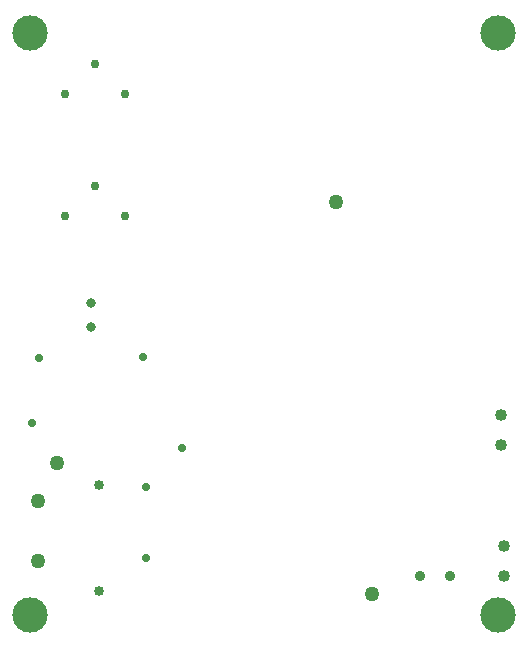
<source format=gbr>
%TF.GenerationSoftware,Altium Limited,Altium Designer,20.0.10 (225)*%
G04 Layer_Color=0*
%FSLAX26Y26*%
%MOIN*%
%TF.FileFunction,Plated,1,2,PTH,Drill*%
%TF.Part,Single*%
G01*
G75*
%TA.AperFunction,OtherDrill,Pad Free-96 (4950mil,1110mil)*%
%ADD59C,0.118110*%
%TA.AperFunction,OtherDrill,Pad Free-96 (3390mil,1110mil)*%
%ADD60C,0.118110*%
%TA.AperFunction,OtherDrill,Pad Free-96 (4950mil,3050mil)*%
%ADD61C,0.118110*%
%TA.AperFunction,OtherDrill,Pad Free-96 (3390mil,3050mil)*%
%ADD62C,0.118110*%
%TA.AperFunction,ComponentDrill*%
%ADD63C,0.035433*%
%TA.AperFunction,OtherDrill,Pad Free-15 (3480mil,1615mil)*%
%ADD64C,0.050000*%
%TA.AperFunction,OtherDrill,Pad Free-15 (4530mil,1180mil)*%
%ADD65C,0.050000*%
%TA.AperFunction,OtherDrill,Pad Free-15 (4410mil,2485mil)*%
%ADD66C,0.050000*%
%TA.AperFunction,ComponentDrill*%
%ADD67C,0.050000*%
%ADD68C,0.033465*%
%ADD69C,0.031496*%
%ADD70C,0.029528*%
%ADD71C,0.040000*%
%TA.AperFunction,ViaDrill,NotFilled*%
%ADD72C,0.028000*%
D59*
X4950000Y1110000D02*
D03*
D60*
X3390000D02*
D03*
D61*
X4950000Y3050000D02*
D03*
D62*
X3390000D02*
D03*
D63*
X4690000Y1240000D02*
D03*
X4790000D02*
D03*
D64*
X3480000Y1615000D02*
D03*
D65*
X4530000Y1180000D02*
D03*
D66*
X4410000Y2485000D02*
D03*
D67*
X3415000Y1290000D02*
D03*
Y1490000D02*
D03*
D68*
X3620000Y1187835D02*
D03*
Y1542165D02*
D03*
D69*
X3590728Y2149370D02*
D03*
Y2070630D02*
D03*
D70*
X3505000Y2846378D02*
D03*
X3605000Y2946378D02*
D03*
X3705000Y2846378D02*
D03*
X3505000Y2440000D02*
D03*
X3605000Y2540000D02*
D03*
X3705000Y2440000D02*
D03*
D71*
X4970000Y1340000D02*
D03*
Y1240000D02*
D03*
X4960000Y1675000D02*
D03*
Y1775000D02*
D03*
D72*
X3420000Y1965000D02*
D03*
X3895000Y1665000D02*
D03*
X3765000Y1970000D02*
D03*
X3395000Y1750000D02*
D03*
X3775000Y1535000D02*
D03*
Y1300000D02*
D03*
%TF.MD5,7d5aef0857314f6e98a0bc83907a0bc2*%
M02*

</source>
